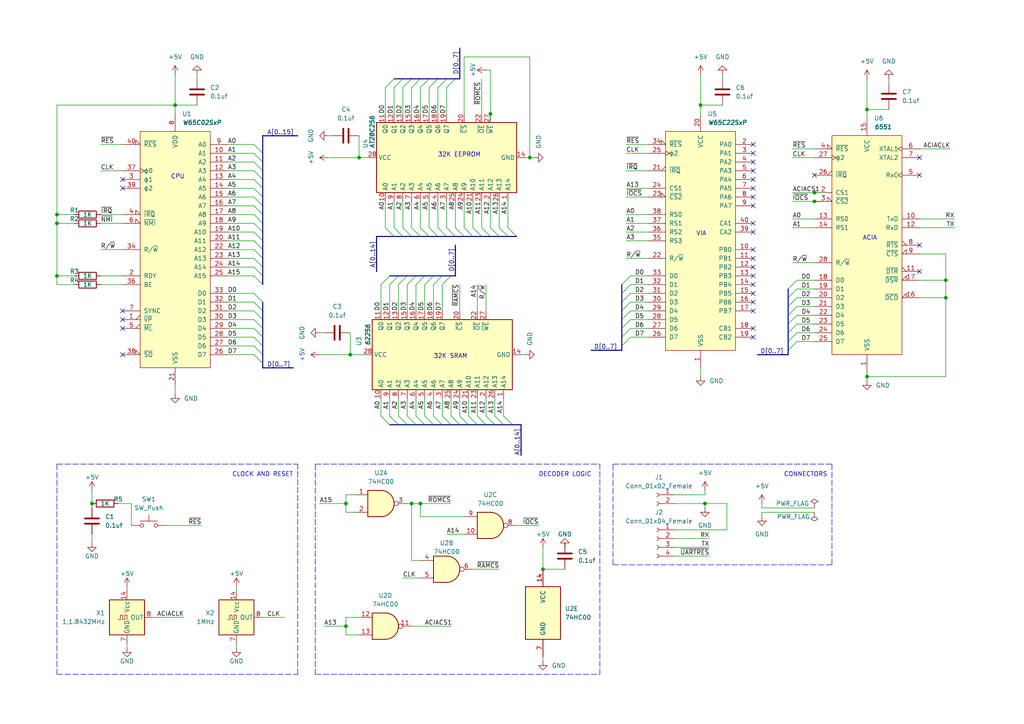
<source format=kicad_sch>
(kicad_sch (version 20211123) (generator eeschema)
  (paper "A4")
  (lib_symbols
    (symbol "65xx:6551" (pin_names (offset 1.016))
      (property "Reference" "U" (at -10.16 33.02 0))
      (property "Value" "6551" (at 0 0 90))
      (symbol "6551_1_1"
        (pin power_in line (at 0 -36.83 90) (length 5.08) (name "VSS") (number "1"))
        (pin output line (at 15.24 7.62 180) (length 5.08) (name "TxD") (number "10"))
        (pin output output_low (at 15.24 -7.62 180) (length 5.08) (name "~{DTR}") (number "11"))
        (pin input line (at 15.24 5.08 180) (length 5.08) (name "RxD") (number "12"))
        (pin input line (at -15.24 7.62 0) (length 5.08) (name "RS0") (number "13"))
        (pin input line (at -15.24 5.08 0) (length 5.08) (name "RS1") (number "14"))
        (pin power_in line (at 0 36.83 270) (length 5.08) (name "VCC") (number "15"))
        (pin input input_low (at 15.24 -15.24 180) (length 5.08) (name "~{DCD}") (number "16"))
        (pin input input_low (at 15.24 -10.16 180) (length 5.08) (name "~{DSR}") (number "17"))
        (pin bidirectional line (at -15.24 -10.16 0) (length 5.08) (name "D0") (number "18"))
        (pin bidirectional line (at -15.24 -12.7 0) (length 5.08) (name "D1") (number "19"))
        (pin input line (at -15.24 15.24 0) (length 5.08) (name "CS1") (number "2"))
        (pin bidirectional line (at -15.24 -15.24 0) (length 5.08) (name "D2") (number "20"))
        (pin bidirectional line (at -15.24 -17.78 0) (length 5.08) (name "D3") (number "21"))
        (pin bidirectional line (at -15.24 -20.32 0) (length 5.08) (name "D4") (number "22"))
        (pin bidirectional line (at -15.24 -22.86 0) (length 5.08) (name "D5") (number "23"))
        (pin bidirectional line (at -15.24 -25.4 0) (length 5.08) (name "D6") (number "24"))
        (pin bidirectional line (at -15.24 -27.94 0) (length 5.08) (name "D7") (number "25"))
        (pin open_collector output_low (at -15.24 20.32 0) (length 5.08) (name "~{IRQ}") (number "26"))
        (pin input clock (at -15.24 25.4 0) (length 5.08) (name "ϕ2") (number "27"))
        (pin input line (at -15.24 -5.08 0) (length 5.08) (name "R/~{W}") (number "28"))
        (pin input input_low (at -15.24 12.7 0) (length 5.08) (name "~{CS2}") (number "3"))
        (pin input input_low (at -15.24 27.94 0) (length 5.08) (name "~{RES}") (number "4"))
        (pin bidirectional clock (at 15.24 20.32 180) (length 5.08) (name "RxC") (number "5"))
        (pin input clock (at 15.24 27.94 180) (length 5.08) (name "XTAL1") (number "6"))
        (pin output line (at 15.24 25.4 180) (length 5.08) (name "XTAL2") (number "7"))
        (pin output output_low (at 15.24 0 180) (length 5.08) (name "~{RTS}") (number "8"))
        (pin input input_low (at 15.24 -2.54 180) (length 5.08) (name "~{CTS}") (number "9"))
      )
    )
    (symbol "65xx:W65C02SxP" (pin_names (offset 1.016))
      (property "Reference" "U" (at -10.16 35.56 0))
      (property "Value" "W65C02SxP" (at 0 0 90))
      (symbol "W65C02SxP_1_1"
        (pin output output_low (at -15.24 -20.32 0) (length 5.08) (name "~{VP}") (number "1"))
        (pin tri_state line (at 15.24 27.94 180) (length 5.08) (name "A1") (number "10"))
        (pin tri_state line (at 15.24 25.4 180) (length 5.08) (name "A2") (number "11"))
        (pin tri_state line (at 15.24 22.86 180) (length 5.08) (name "A3") (number "12"))
        (pin tri_state line (at 15.24 20.32 180) (length 5.08) (name "A4") (number "13"))
        (pin tri_state line (at 15.24 17.78 180) (length 5.08) (name "A5") (number "14"))
        (pin tri_state line (at 15.24 15.24 180) (length 5.08) (name "A6") (number "15"))
        (pin tri_state line (at 15.24 12.7 180) (length 5.08) (name "A7") (number "16"))
        (pin tri_state line (at 15.24 10.16 180) (length 5.08) (name "A8") (number "17"))
        (pin tri_state line (at 15.24 7.62 180) (length 5.08) (name "A9") (number "18"))
        (pin tri_state line (at 15.24 5.08 180) (length 5.08) (name "A10") (number "19"))
        (pin open_collector line (at -15.24 -7.62 0) (length 5.08) (name "RDY") (number "2"))
        (pin tri_state line (at 15.24 2.54 180) (length 5.08) (name "A11") (number "20"))
        (pin power_in line (at 0 -39.37 90) (length 5.08) (name "VSS") (number "21"))
        (pin tri_state line (at 15.24 0 180) (length 5.08) (name "A12") (number "22"))
        (pin tri_state line (at 15.24 -2.54 180) (length 5.08) (name "A13") (number "23"))
        (pin tri_state line (at 15.24 -5.08 180) (length 5.08) (name "A14") (number "24"))
        (pin tri_state line (at 15.24 -7.62 180) (length 5.08) (name "A15") (number "25"))
        (pin bidirectional line (at 15.24 -30.48 180) (length 5.08) (name "D7") (number "26"))
        (pin bidirectional line (at 15.24 -27.94 180) (length 5.08) (name "D6") (number "27"))
        (pin bidirectional line (at 15.24 -25.4 180) (length 5.08) (name "D5") (number "28"))
        (pin bidirectional line (at 15.24 -22.86 180) (length 5.08) (name "D4") (number "29"))
        (pin output line (at -15.24 20.32 0) (length 5.08) (name "ϕ1") (number "3"))
        (pin bidirectional line (at 15.24 -20.32 180) (length 5.08) (name "D3") (number "30"))
        (pin bidirectional line (at 15.24 -17.78 180) (length 5.08) (name "D2") (number "31"))
        (pin bidirectional line (at 15.24 -15.24 180) (length 5.08) (name "D1") (number "32"))
        (pin bidirectional line (at 15.24 -12.7 180) (length 5.08) (name "D0") (number "33"))
        (pin tri_state line (at -15.24 0 0) (length 5.08) (name "R/~{W}") (number "34"))
        (pin no_connect non_logic (at -10.16 -27.94 0) (length 2.54) hide (name "nc") (number "35"))
        (pin input line (at -15.24 -10.16 0) (length 5.08) (name "BE") (number "36"))
        (pin input clock (at -15.24 22.86 0) (length 5.08) (name "ϕ0") (number "37"))
        (pin input input_low (at -15.24 -30.48 0) (length 5.08) (name "~{SO}") (number "38"))
        (pin output line (at -15.24 17.78 0) (length 5.08) (name "ϕ2") (number "39"))
        (pin input input_low (at -15.24 10.16 0) (length 5.08) (name "~{IRQ}") (number "4"))
        (pin input input_low (at -15.24 30.48 0) (length 5.08) (name "~{RES}") (number "40"))
        (pin output output_low (at -15.24 -22.86 0) (length 5.08) (name "~{ML}") (number "5"))
        (pin input input_low (at -15.24 7.62 0) (length 5.08) (name "~{NMI}") (number "6"))
        (pin output line (at -15.24 -17.78 0) (length 5.08) (name "SYNC") (number "7"))
        (pin power_in line (at 0 39.37 270) (length 5.08) (name "VDD") (number "8"))
        (pin tri_state line (at 15.24 30.48 180) (length 5.08) (name "A0") (number "9"))
      )
    )
    (symbol "65xx:W65C22SxP" (pin_names (offset 1.016))
      (property "Reference" "U" (at -10.16 33.02 0))
      (property "Value" "W65C22SxP" (at 0 0 90))
      (symbol "W65C22SxP_1_1"
        (pin power_in line (at 0 -36.83 90) (length 5.08) (name "VSS") (number "1"))
        (pin bidirectional line (at 15.24 -2.54 180) (length 5.08) (name "PB0") (number "10"))
        (pin bidirectional line (at 15.24 -5.08 180) (length 5.08) (name "PB1") (number "11"))
        (pin bidirectional line (at 15.24 -7.62 180) (length 5.08) (name "PB2") (number "12"))
        (pin bidirectional line (at 15.24 -10.16 180) (length 5.08) (name "PB3") (number "13"))
        (pin bidirectional line (at 15.24 -12.7 180) (length 5.08) (name "PB4") (number "14"))
        (pin bidirectional line (at 15.24 -15.24 180) (length 5.08) (name "PB5") (number "15"))
        (pin bidirectional line (at 15.24 -17.78 180) (length 5.08) (name "PB6") (number "16"))
        (pin bidirectional line (at 15.24 -20.32 180) (length 5.08) (name "PB7") (number "17"))
        (pin input line (at 15.24 -25.4 180) (length 5.08) (name "CB1") (number "18"))
        (pin bidirectional line (at 15.24 -27.94 180) (length 5.08) (name "CB2") (number "19"))
        (pin bidirectional line (at 15.24 27.94 180) (length 5.08) (name "PA0") (number "2"))
        (pin power_in line (at 0 36.83 270) (length 5.08) (name "VCC") (number "20"))
        (pin output output_low (at -15.24 20.32 0) (length 5.08) (name "~{IRQ}") (number "21"))
        (pin input line (at -15.24 -5.08 0) (length 5.08) (name "R/~{W}") (number "22"))
        (pin input input_low (at -15.24 12.7 0) (length 5.08) (name "~{CS2}") (number "23"))
        (pin input line (at -15.24 15.24 0) (length 5.08) (name "CS1") (number "24"))
        (pin input clock (at -15.24 25.4 0) (length 5.08) (name "ϕ2") (number "25"))
        (pin bidirectional line (at -15.24 -27.94 0) (length 5.08) (name "D7") (number "26"))
        (pin bidirectional line (at -15.24 -25.4 0) (length 5.08) (name "D6") (number "27"))
        (pin bidirectional line (at -15.24 -22.86 0) (length 5.08) (name "D5") (number "28"))
        (pin bidirectional line (at -15.24 -20.32 0) (length 5.08) (name "D4") (number "29"))
        (pin bidirectional line (at 15.24 25.4 180) (length 5.08) (name "PA1") (number "3"))
        (pin bidirectional line (at -15.24 -17.78 0) (length 5.08) (name "D3") (number "30"))
        (pin bidirectional line (at -15.24 -15.24 0) (length 5.08) (name "D2") (number "31"))
        (pin bidirectional line (at -15.24 -12.7 0) (length 5.08) (name "D1") (number "32"))
        (pin bidirectional line (at -15.24 -10.16 0) (length 5.08) (name "D0") (number "33"))
        (pin input input_low (at -15.24 27.94 0) (length 5.08) (name "~{RES}") (number "34"))
        (pin input line (at -15.24 0 0) (length 5.08) (name "RS3") (number "35"))
        (pin input line (at -15.24 2.54 0) (length 5.08) (name "RS2") (number "36"))
        (pin input line (at -15.24 5.08 0) (length 5.08) (name "RS1") (number "37"))
        (pin input line (at -15.24 7.62 0) (length 5.08) (name "RS0") (number "38"))
        (pin bidirectional line (at 15.24 2.54 180) (length 5.08) (name "CA2") (number "39"))
        (pin bidirectional line (at 15.24 22.86 180) (length 5.08) (name "PA2") (number "4"))
        (pin input line (at 15.24 5.08 180) (length 5.08) (name "CA1") (number "40"))
        (pin bidirectional line (at 15.24 20.32 180) (length 5.08) (name "PA3") (number "5"))
        (pin bidirectional line (at 15.24 17.78 180) (length 5.08) (name "PA4") (number "6"))
        (pin bidirectional line (at 15.24 15.24 180) (length 5.08) (name "PA5") (number "7"))
        (pin bidirectional line (at 15.24 12.7 180) (length 5.08) (name "PA6") (number "8"))
        (pin bidirectional line (at 15.24 10.16 180) (length 5.08) (name "PA7") (number "9"))
      )
    )
    (symbol "74xx:74HC00" (pin_names (offset 1.016))
      (property "Reference" "U" (at 0 1.27 0))
      (property "Value" "74HC00" (at 0 -1.27 0))
      (symbol "74HC00_1_1"
        (pin input line (at -7.62 2.54 0) (length 3.81) (name "~") (number "1"))
        (pin input line (at -7.62 -2.54 0) (length 3.81) (name "~") (number "2"))
        (pin output inverted (at 7.62 0 180) (length 3.81) (name "~") (number "3"))
      )
      (symbol "74HC00_1_2"
        (pin input inverted (at -7.62 2.54 0) (length 4.318) (name "~") (number "1"))
        (pin input inverted (at -7.62 -2.54 0) (length 4.318) (name "~") (number "2"))
        (pin output line (at 7.62 0 180) (length 3.81) (name "~") (number "3"))
      )
      (symbol "74HC00_2_1"
        (pin input line (at -7.62 2.54 0) (length 3.81) (name "~") (number "4"))
        (pin input line (at -7.62 -2.54 0) (length 3.81) (name "~") (number "5"))
        (pin output inverted (at 7.62 0 180) (length 3.81) (name "~") (number "6"))
      )
      (symbol "74HC00_2_2"
        (pin input inverted (at -7.62 2.54 0) (length 4.318) (name "~") (number "4"))
        (pin input inverted (at -7.62 -2.54 0) (length 4.318) (name "~") (number "5"))
        (pin output line (at 7.62 0 180) (length 3.81) (name "~") (number "6"))
      )
      (symbol "74HC00_3_1"
        (pin input line (at -7.62 -2.54 0) (length 3.81) (name "~") (number "10"))
        (pin output inverted (at 7.62 0 180) (length 3.81) (name "~") (number "8"))
        (pin input line (at -7.62 2.54 0) (length 3.81) (name "~") (number "9"))
      )
      (symbol "74HC00_3_2"
        (pin input inverted (at -7.62 -2.54 0) (length 4.318) (name "~") (number "10"))
        (pin output line (at 7.62 0 180) (length 3.81) (name "~") (number "8"))
        (pin input inverted (at -7.62 2.54 0) (length 4.318) (name "~") (number "9"))
      )
      (symbol "74HC00_4_1"
        (pin output inverted (at 7.62 0 180) (length 3.81) (name "~") (number "11"))
        (pin input line (at -7.62 2.54 0) (length 3.81) (name "~") (number "12"))
        (pin input line (at -7.62 -2.54 0) (length 3.81) (name "~") (number "13"))
      )
      (symbol "74HC00_4_2"
        (pin output line (at 7.62 0 180) (length 3.81) (name "~") (number "11"))
        (pin input inverted (at -7.62 2.54 0) (length 4.318) (name "~") (number "12"))
        (pin input inverted (at -7.62 -2.54 0) (length 4.318) (name "~") (number "13"))
      )
      (symbol "74HC00_5_0"
        (pin power_in line (at 0 12.7 270) (length 5.08) (name "VCC") (number "14"))
        (pin power_in line (at 0 -12.7 90) (length 5.08) (name "GND") (number "7"))
      )
    )
    (symbol "Connector:Conn_01x02_Female" (pin_names (offset 1.016) hide)
      (property "Reference" "J" (at 0 2.54 0))
      (property "Value" "Conn_01x02_Female" (at 0 -5.08 0))
      (symbol "Conn_01x02_Female_1_1"
        (pin passive line (at -5.08 0 0) (length 3.81) (name "Pin_1") (number "1"))
        (pin passive line (at -5.08 -2.54 0) (length 3.81) (name "Pin_2") (number "2"))
      )
    )
    (symbol "Connector:Conn_01x04_Female" (pin_names (offset 1.016) hide)
      (property "Reference" "J" (at 0 5.08 0))
      (property "Value" "Conn_01x04_Female" (at 0 -7.62 0))
      (symbol "Conn_01x04_Female_1_1"
        (pin passive line (at -5.08 2.54 0) (length 3.81) (name "Pin_1") (number "1"))
        (pin passive line (at -5.08 0 0) (length 3.81) (name "Pin_2") (number "2"))
        (pin passive line (at -5.08 -2.54 0) (length 3.81) (name "Pin_3") (number "3"))
        (pin passive line (at -5.08 -5.08 0) (length 3.81) (name "Pin_4") (number "4"))
      )
    )
    (symbol "Device:C" (pin_numbers hide) (pin_names (offset 0.254))
      (property "Reference" "C" (at 0.635 2.54 0))
      (property "Value" "C" (at 0.635 -2.54 0))
      (symbol "C_1_1"
        (pin passive line (at 0 3.81 270) (length 2.794) (name "~") (number "1"))
        (pin passive line (at 0 -3.81 90) (length 2.794) (name "~") (number "2"))
      )
    )
    (symbol "Device:R" (pin_numbers hide) (pin_names (offset 0))
      (property "Reference" "R" (at 2.032 0 90))
      (property "Value" "R" (at 0 0 90))
      (symbol "R_1_1"
        (pin passive line (at 0 3.81 270) (length 1.27) (name "~") (number "1"))
        (pin passive line (at 0 -3.81 90) (length 1.27) (name "~") (number "2"))
      )
    )
    (symbol "Memory_RAM:KM62256CLP"
      (property "Reference" "U3" (at -10.16 21.59 0))
      (property "Value" "KM62256CLP" (at 1.27 21.59 0))
      (symbol "KM62256CLP_0_0"
        (pin power_in line (at 0 -22.86 90) (length 2.54) (name "GND") (number "14"))
        (pin power_in line (at 0 22.86 270) (length 2.54) (name "VCC") (number "28"))
      )
      (symbol "KM62256CLP_1_1"
        (pin input line (at -12.7 -17.78 0) (length 2.54) (name "A14") (number "1"))
        (pin input line (at -12.7 17.78 0) (length 2.54) (name "A0") (number "10"))
        (pin tri_state line (at 12.7 17.78 180) (length 2.54) (name "Q0") (number "11"))
        (pin tri_state line (at 12.7 15.24 180) (length 2.54) (name "Q1") (number "12"))
        (pin tri_state line (at 12.7 12.7 180) (length 2.54) (name "Q2") (number "13"))
        (pin tri_state line (at 12.7 10.16 180) (length 2.54) (name "Q3") (number "15"))
        (pin tri_state line (at 12.7 7.62 180) (length 2.54) (name "Q4") (number "16"))
        (pin tri_state line (at 12.7 5.08 180) (length 2.54) (name "Q5") (number "17"))
        (pin tri_state line (at 12.7 2.54 180) (length 2.54) (name "Q6") (number "18"))
        (pin tri_state line (at 12.7 0 180) (length 2.54) (name "Q7") (number "19"))
        (pin input line (at -12.7 -12.7 0) (length 2.54) (name "A12") (number "2"))
        (pin input line (at 12.7 -5.08 180) (length 2.54) (name "~{CS}") (number "20"))
        (pin input line (at -12.7 -7.62 0) (length 2.54) (name "A10") (number "21"))
        (pin input line (at 12.7 -10.16 180) (length 2.54) (name "~{OE}") (number "22"))
        (pin input line (at -12.7 -10.16 0) (length 2.54) (name "A11") (number "23"))
        (pin input line (at -12.7 -5.08 0) (length 2.54) (name "A9") (number "24"))
        (pin input line (at -12.7 -2.54 0) (length 2.54) (name "A8") (number "25"))
        (pin input line (at -12.7 -15.24 0) (length 2.54) (name "A13") (number "26"))
        (pin input line (at 12.7 -12.7 180) (length 2.54) (name "~{WE}") (number "27"))
        (pin input line (at -12.7 0 0) (length 2.54) (name "A7") (number "3"))
        (pin input line (at -12.7 2.54 0) (length 2.54) (name "A6") (number "4"))
        (pin input line (at -12.7 5.08 0) (length 2.54) (name "A5") (number "5"))
        (pin input line (at -12.7 7.62 0) (length 2.54) (name "A4") (number "6"))
        (pin input line (at -12.7 10.16 0) (length 2.54) (name "A3") (number "7"))
        (pin input line (at -12.7 12.7 0) (length 2.54) (name "A2") (number "8"))
        (pin input line (at -12.7 15.24 0) (length 2.54) (name "A1") (number "9"))
      )
    )
    (symbol "Oscillator:ACO-xxxMHz" (pin_names (offset 0.254))
      (property "Reference" "X" (at -5.08 6.35 0))
      (property "Value" "ACO-xxxMHz" (at 1.27 -6.35 0))
      (symbol "ACO-xxxMHz_1_1"
        (pin no_connect line (at -7.62 0 0) (length 2.54) hide (name "NC") (number "1"))
        (pin power_in line (at 0 7.62 270) (length 2.54) (name "Vcc") (number "14"))
        (pin power_in line (at 0 -7.62 90) (length 2.54) (name "GND") (number "7"))
        (pin output line (at 7.62 0 180) (length 2.54) (name "OUT") (number "8"))
      )
    )
    (symbol "Switch:SW_Push" (pin_numbers hide) (pin_names (offset 1.016) hide)
      (property "Reference" "SW" (at 1.27 2.54 0))
      (property "Value" "SW_Push" (at 0 -1.524 0))
      (symbol "SW_Push_0_1"
        (pin passive line (at -5.08 0 0) (length 2.54) (name "1") (number "1"))
        (pin passive line (at 5.08 0 180) (length 2.54) (name "2") (number "2"))
      )
    )
    (symbol "local_lib:AT28C256"
      (property "Reference" "U4" (at -2.0194 -25.4 0))
      (property "Value" "AT28C256" (at 1.27 21.59 0))
      (symbol "AT28C256_0_0"
        (pin power_in line (at 0 -22.86 90) (length 2.54) (name "GND") (number "14"))
        (pin power_in line (at 0 22.86 270) (length 2.54) (name "VCC") (number "28"))
      )
      (symbol "AT28C256_1_1"
        (pin input line (at -12.7 -17.78 0) (length 2.54) (name "A14") (number "1"))
        (pin input line (at -12.7 17.78 0) (length 2.54) (name "A0") (number "10"))
        (pin tri_state line (at 12.7 17.78 180) (length 2.54) (name "Q0") (number "11"))
        (pin tri_state line (at 12.7 15.24 180) (length 2.54) (name "Q1") (number "12"))
        (pin tri_state line (at 12.7 12.7 180) (length 2.54) (name "Q2") (number "13"))
        (pin tri_state line (at 12.7 10.16 180) (length 2.54) (name "Q3") (number "15"))
        (pin tri_state line (at 12.7 7.62 180) (length 2.54) (name "Q4") (number "16"))
        (pin tri_state line (at 12.7 5.08 180) (length 2.54) (name "Q5") (number "17"))
        (pin tri_state line (at 12.7 2.54 180) (length 2.54) (name "Q6") (number "18"))
        (pin tri_state line (at 12.7 0 180) (length 2.54) (name "Q7") (number "19"))
        (pin input line (at -12.7 -12.7 0) (length 2.54) (name "A12") (number "2"))
        (pin input line (at 12.7 -5.08 180) (length 2.54) (name "~{CS}") (number "20"))
        (pin input line (at -12.7 -7.62 0) (length 2.54) (name "A10") (number "21"))
        (pin input line (at 12.7 -10.16 180) (length 2.54) (name "~{OE}") (number "22"))
        (pin input line (at -12.7 -10.16 0) (length 2.54) (name "A11") (number "23"))
        (pin input line (at -12.7 -5.08 0) (length 2.54) (name "A9") (number "24"))
        (pin input line (at -12.7 -2.54 0) (length 2.54) (name "A8") (number "25"))
        (pin input line (at -12.7 -15.24 0) (length 2.54) (name "A13") (number "26"))
        (pin input line (at 12.7 -12.7 180) (length 2.54) (name "~{WE}") (number "27"))
        (pin input line (at -12.7 0 0) (length 2.54) (name "A7") (number "3"))
        (pin input line (at -12.7 2.54 0) (length 2.54) (name "A6") (number "4"))
        (pin input line (at -12.7 5.08 0) (length 2.54) (name "A5") (number "5"))
        (pin input line (at -12.7 7.62 0) (length 2.54) (name "A4") (number "6"))
        (pin input line (at -12.7 10.16 0) (length 2.54) (name "A3") (number "7"))
        (pin input line (at -12.7 12.7 0) (length 2.54) (name "A2") (number "8"))
        (pin input line (at -12.7 15.24 0) (length 2.54) (name "A1") (number "9"))
      )
    )
    (symbol "power:+5V" (power) (pin_names (offset 0))
      (property "Value" "+5V" (at 0 3.556 0))
      (symbol "+5V_1_1"
        (pin power_in line (at 0 0 90) (length 0) hide (name "+5V") (number "1"))
      )
    )
    (symbol "power:GND" (power) (pin_names (offset 0))
      (property "Value" "GND" (at 0 -3.81 0))
      (symbol "GND_1_1"
        (pin power_in line (at 0 0 270) (length 0) hide (name "GND") (number "1"))
      )
    )
    (symbol "power:PWR_FLAG" (power) (pin_numbers hide) (pin_names (offset 0) hide)
      (property "Value" "PWR_FLAG" (at 0 3.81 0))
      (symbol "PWR_FLAG_0_0"
        (pin power_out line (at 0 0 90) (length 0) (name "pwr") (number "1"))
      )
    )
  )
  (junction (at 50.8 30.48))
  (junction (at 104.14 45.72))
  (junction (at 142.24 33.02))
  (junction (at 236.22 55.88))
  (junction (at 153.67 45.72))
  (junction (at 16.51 62.23))
  (junction (at 251.46 31.75))
  (junction (at 100.33 146.05))
  (junction (at 274.32 86.36))
  (junction (at 16.51 80.01))
  (junction (at 203.2 30.48))
  (junction (at 100.33 181.61))
  (junction (at 251.46 109.22))
  (junction (at 101.6 102.87))
  (junction (at 16.51 64.77))
  (junction (at 274.32 81.28))
  (junction (at 204.47 146.05))
  (junction (at 119.38 146.05))
  (junction (at 121.92 146.05))
  (junction (at 26.67 146.05))
  (junction (at 157.48 165.1))
  (junction (at 236.22 58.42))
  (no_connect (at 218.44 57.15))
  (no_connect (at 236.22 50.8))
  (no_connect (at 218.44 80.01))
  (no_connect (at 218.44 64.77))
  (no_connect (at 218.44 67.31))
  (no_connect (at 218.44 97.79))
  (no_connect (at 218.44 95.25))
  (no_connect (at 218.44 87.63))
  (no_connect (at 218.44 59.69))
  (no_connect (at 218.44 72.39))
  (no_connect (at 218.44 41.91))
  (no_connect (at 218.44 85.09))
  (no_connect (at 266.7 45.72))
  (no_connect (at 218.44 52.07))
  (no_connect (at 218.44 90.17))
  (no_connect (at 218.44 82.55))
  (no_connect (at 266.7 50.8))
  (no_connect (at 266.7 71.12))
  (no_connect (at 218.44 54.61))
  (no_connect (at 218.44 49.53))
  (no_connect (at 218.44 46.99))
  (no_connect (at 218.44 74.93))
  (no_connect (at 218.44 44.45))
  (no_connect (at 218.44 77.47))
  (no_connect (at 266.7 78.74))
  (no_connect (at 35.56 54.61))
  (no_connect (at 35.56 92.71))
  (no_connect (at 35.56 90.17))
  (no_connect (at 35.56 95.25))
  (no_connect (at 35.56 102.87))
  (no_connect (at 35.56 52.07))
  (bus_entry (at 138.43 120.65) (size 2.54 2.54))
  (bus_entry (at 73.66 77.47) (size 2.54 2.54))
  (bus_entry (at 73.66 57.15) (size 2.54 2.54))
  (bus_entry (at 114.3 25.4) (size 2.54 -2.54))
  (bus_entry (at 115.57 120.65) (size 2.54 2.54))
  (bus_entry (at 73.66 62.23) (size 2.54 2.54))
  (bus_entry (at 182.88 85.09) (size -2.54 2.54))
  (bus_entry (at 231.14 96.52) (size -2.54 2.54))
  (bus_entry (at 125.73 82.55) (size 2.54 -2.54))
  (bus_entry (at 231.14 93.98) (size -2.54 2.54))
  (bus_entry (at 73.66 69.85) (size 2.54 2.54))
  (bus_entry (at 182.88 97.79) (size -2.54 2.54))
  (bus_entry (at 182.88 90.17) (size -2.54 2.54))
  (bus_entry (at 182.88 80.01) (size -2.54 2.54))
  (bus_entry (at 231.14 88.9) (size -2.54 2.54))
  (bus_entry (at 111.76 25.4) (size 2.54 -2.54))
  (bus_entry (at 110.49 120.65) (size 2.54 2.54))
  (bus_entry (at 231.14 99.06) (size -2.54 2.54))
  (bus_entry (at 116.84 25.4) (size 2.54 -2.54))
  (bus_entry (at 123.19 120.65) (size 2.54 2.54))
  (bus_entry (at 73.66 67.31) (size 2.54 2.54))
  (bus_entry (at 139.7 66.04) (size 2.54 2.54))
  (bus_entry (at 144.78 66.04) (size 2.54 2.54))
  (bus_entry (at 129.54 25.4) (size 2.54 -2.54))
  (bus_entry (at 111.76 66.04) (size 2.54 2.54))
  (bus_entry (at 73.66 85.09) (size 2.54 2.54))
  (bus_entry (at 121.92 66.04) (size 2.54 2.54))
  (bus_entry (at 182.88 95.25) (size -2.54 2.54))
  (bus_entry (at 124.46 25.4) (size 2.54 -2.54))
  (bus_entry (at 123.19 82.55) (size 2.54 -2.54))
  (bus_entry (at 120.65 120.65) (size 2.54 2.54))
  (bus_entry (at 182.88 87.63) (size -2.54 2.54))
  (bus_entry (at 113.03 120.65) (size 2.54 2.54))
  (bus_entry (at 137.16 66.04) (size 2.54 2.54))
  (bus_entry (at 73.66 54.61) (size 2.54 2.54))
  (bus_entry (at 73.66 49.53) (size 2.54 2.54))
  (bus_entry (at 147.32 66.04) (size 2.54 2.54))
  (bus_entry (at 142.24 66.04) (size 2.54 2.54))
  (bus_entry (at 73.66 74.93) (size 2.54 2.54))
  (bus_entry (at 231.14 83.82) (size -2.54 2.54))
  (bus_entry (at 146.05 120.65) (size 2.54 2.54))
  (bus_entry (at 133.35 120.65) (size 2.54 2.54))
  (bus_entry (at 129.54 66.04) (size 2.54 2.54))
  (bus_entry (at 113.03 82.55) (size 2.54 -2.54))
  (bus_entry (at 73.66 64.77) (size 2.54 2.54))
  (bus_entry (at 182.88 92.71) (size -2.54 2.54))
  (bus_entry (at 231.14 81.28) (size -2.54 2.54))
  (bus_entry (at 125.73 120.65) (size 2.54 2.54))
  (bus_entry (at 127 66.04) (size 2.54 2.54))
  (bus_entry (at 115.57 82.55) (size 2.54 -2.54))
  (bus_entry (at 73.66 46.99) (size 2.54 2.54))
  (bus_entry (at 143.51 120.65) (size 2.54 2.54))
  (bus_entry (at 116.84 66.04) (size 2.54 2.54))
  (bus_entry (at 231.14 86.36) (size -2.54 2.54))
  (bus_entry (at 110.49 82.55) (size 2.54 -2.54))
  (bus_entry (at 132.08 66.04) (size 2.54 2.54))
  (bus_entry (at 130.81 120.65) (size 2.54 2.54))
  (bus_entry (at 73.66 80.01) (size 2.54 2.54))
  (bus_entry (at 140.97 120.65) (size 2.54 2.54))
  (bus_entry (at 119.38 25.4) (size 2.54 -2.54))
  (bus_entry (at 73.66 102.87) (size 2.54 2.54))
  (bus_entry (at 73.66 97.79) (size 2.54 2.54))
  (bus_entry (at 73.66 95.25) (size 2.54 2.54))
  (bus_entry (at 73.66 100.33) (size 2.54 2.54))
  (bus_entry (at 73.66 87.63) (size 2.54 2.54))
  (bus_entry (at 73.66 90.17) (size 2.54 2.54))
  (bus_entry (at 73.66 92.71) (size 2.54 2.54))
  (bus_entry (at 120.65 82.55) (size 2.54 -2.54))
  (bus_entry (at 119.38 66.04) (size 2.54 2.54))
  (bus_entry (at 73.66 72.39) (size 2.54 2.54))
  (bus_entry (at 124.46 66.04) (size 2.54 2.54))
  (bus_entry (at 231.14 91.44) (size -2.54 2.54))
  (bus_entry (at 128.27 82.55) (size 2.54 -2.54))
  (bus_entry (at 73.66 41.91) (size 2.54 2.54))
  (bus_entry (at 73.66 44.45) (size 2.54 2.54))
  (bus_entry (at 73.66 52.07) (size 2.54 2.54))
  (bus_entry (at 128.27 120.65) (size 2.54 2.54))
  (bus_entry (at 73.66 59.69) (size 2.54 2.54))
  (bus_entry (at 135.89 120.65) (size 2.54 2.54))
  (bus_entry (at 118.11 82.55) (size 2.54 -2.54))
  (bus_entry (at 118.11 120.65) (size 2.54 2.54))
  (bus_entry (at 182.88 82.55) (size -2.54 2.54))
  (bus_entry (at 121.92 25.4) (size 2.54 -2.54))
  (bus_entry (at 114.3 66.04) (size 2.54 2.54))
  (bus_entry (at 127 25.4) (size 2.54 -2.54))
  (bus_entry (at 134.62 66.04) (size 2.54 2.54))
  (wire (pts (xy 251.46 109.22) (xy 251.46 110.49)))
  (wire (pts (xy 119.38 181.61) (xy 130.81 181.61)))
  (bus (pts (xy 123.19 80.01) (xy 125.73 80.01)))
  (wire (pts (xy 125.73 90.17) (xy 125.73 82.55)))
  (wire (pts (xy 195.58 161.29) (xy 205.74 161.29)))
  (wire (pts (xy 236.22 81.28) (xy 231.14 81.28)))
  (wire (pts (xy 118.11 146.05) (xy 119.38 146.05)))
  (wire (pts (xy 66.04 62.23) (xy 73.66 62.23)))
  (wire (pts (xy 66.04 59.69) (xy 73.66 59.69)))
  (wire (pts (xy 36.83 170.18) (xy 36.83 171.45)))
  (wire (pts (xy 128.27 90.17) (xy 128.27 82.55)))
  (bus (pts (xy 76.2 105.41) (xy 76.2 106.68)))
  (bus (pts (xy 228.6 86.36) (xy 228.6 88.9)))
  (wire (pts (xy 236.22 86.36) (xy 231.14 86.36)))
  (bus (pts (xy 130.81 80.01) (xy 132.08 80.01)))
  (wire (pts (xy 181.61 62.23) (xy 187.96 62.23)))
  (bus (pts (xy 76.2 106.68) (xy 85.09 106.68)))
  (polyline (pts (xy 91.44 134.62) (xy 173.99 134.62)))
  (wire (pts (xy 140.97 82.55) (xy 140.97 90.17)))
  (bus (pts (xy 115.57 123.19) (xy 118.11 123.19)))
  (bus (pts (xy 148.59 123.19) (xy 151.13 123.19)))
  (wire (pts (xy 66.04 44.45) (xy 73.66 44.45)))
  (wire (pts (xy 66.04 92.71) (xy 73.66 92.71)))
  (wire (pts (xy 236.22 55.88) (xy 229.87 55.88)))
  (wire (pts (xy 66.04 67.31) (xy 73.66 67.31)))
  (bus (pts (xy 228.6 93.98) (xy 228.6 96.52)))
  (polyline (pts (xy 16.51 195.58) (xy 86.36 195.58)))
  (wire (pts (xy 229.87 66.04) (xy 236.22 66.04)))
  (wire (pts (xy 142.24 33.02) (xy 142.24 20.32)))
  (wire (pts (xy 104.14 179.07) (xy 100.33 179.07)))
  (wire (pts (xy 220.98 148.59) (xy 236.22 148.59)))
  (wire (pts (xy 138.43 82.55) (xy 138.43 90.17)))
  (wire (pts (xy 238.76 58.42) (xy 236.22 58.42)))
  (wire (pts (xy 50.8 30.48) (xy 50.8 33.02)))
  (wire (pts (xy 229.87 43.18) (xy 236.22 43.18)))
  (wire (pts (xy 121.92 162.56) (xy 119.38 162.56)))
  (wire (pts (xy 236.22 58.42) (xy 229.87 58.42)))
  (wire (pts (xy 142.24 58.42) (xy 142.24 66.04)))
  (bus (pts (xy 109.22 68.58) (xy 114.3 68.58)))
  (wire (pts (xy 38.1 146.05) (xy 34.29 146.05)))
  (bus (pts (xy 125.73 80.01) (xy 128.27 80.01)))
  (bus (pts (xy 76.2 80.01) (xy 76.2 82.55)))
  (wire (pts (xy 120.65 90.17) (xy 120.65 82.55)))
  (wire (pts (xy 66.04 41.91) (xy 73.66 41.91)))
  (wire (pts (xy 129.54 154.94) (xy 134.62 154.94)))
  (bus (pts (xy 132.08 68.58) (xy 134.62 68.58)))
  (wire (pts (xy 66.04 102.87) (xy 73.66 102.87)))
  (wire (pts (xy 210.82 153.67) (xy 210.82 146.05)))
  (bus (pts (xy 76.2 100.33) (xy 76.2 102.87)))
  (wire (pts (xy 48.26 152.4) (xy 58.42 152.4)))
  (wire (pts (xy 251.46 109.22) (xy 274.32 109.22)))
  (bus (pts (xy 151.13 132.08) (xy 151.13 123.19)))
  (wire (pts (xy 119.38 146.05) (xy 119.38 162.56)))
  (wire (pts (xy 16.51 64.77) (xy 16.51 62.23)))
  (wire (pts (xy 187.96 87.63) (xy 182.88 87.63)))
  (wire (pts (xy 100.33 179.07) (xy 100.33 181.61)))
  (polyline (pts (xy 173.99 195.58) (xy 173.99 134.62)))
  (wire (pts (xy 187.96 85.09) (xy 182.88 85.09)))
  (bus (pts (xy 146.05 123.19) (xy 148.59 123.19)))
  (wire (pts (xy 113.03 90.17) (xy 113.03 82.55)))
  (wire (pts (xy 181.61 67.31) (xy 187.96 67.31)))
  (wire (pts (xy 251.46 31.75) (xy 257.81 31.75)))
  (bus (pts (xy 228.6 88.9) (xy 228.6 91.44)))
  (bus (pts (xy 228.6 102.87) (xy 219.71 102.87)))
  (wire (pts (xy 21.59 82.55) (xy 16.51 82.55)))
  (bus (pts (xy 124.46 68.58) (xy 127 68.58)))
  (wire (pts (xy 66.04 85.09) (xy 73.66 85.09)))
  (wire (pts (xy 236.22 99.06) (xy 231.14 99.06)))
  (bus (pts (xy 76.2 59.69) (xy 76.2 62.23)))
  (bus (pts (xy 114.3 68.58) (xy 116.84 68.58)))
  (wire (pts (xy 124.46 33.02) (xy 124.46 25.4)))
  (wire (pts (xy 26.67 146.05) (xy 26.67 147.32)))
  (wire (pts (xy 146.05 115.57) (xy 146.05 120.65)))
  (wire (pts (xy 21.59 64.77) (xy 16.51 64.77)))
  (bus (pts (xy 129.54 68.58) (xy 132.08 68.58)))
  (bus (pts (xy 129.54 22.86) (xy 132.08 22.86)))
  (wire (pts (xy 129.54 58.42) (xy 129.54 66.04)))
  (wire (pts (xy 50.8 30.48) (xy 57.15 30.48)))
  (polyline (pts (xy 16.51 134.62) (xy 16.51 195.58)))
  (wire (pts (xy 229.87 76.2) (xy 236.22 76.2)))
  (wire (pts (xy 181.61 41.91) (xy 187.96 41.91)))
  (bus (pts (xy 138.43 123.19) (xy 140.97 123.19)))
  (wire (pts (xy 111.76 33.02) (xy 111.76 25.4)))
  (bus (pts (xy 76.2 97.79) (xy 76.2 100.33)))
  (wire (pts (xy 66.04 72.39) (xy 73.66 72.39)))
  (wire (pts (xy 139.7 33.02) (xy 139.7 22.86)))
  (bus (pts (xy 133.35 123.19) (xy 135.89 123.19)))
  (wire (pts (xy 251.46 22.86) (xy 251.46 31.75)))
  (bus (pts (xy 76.2 52.07) (xy 76.2 54.61)))
  (wire (pts (xy 204.47 142.24) (xy 204.47 143.51)))
  (wire (pts (xy 157.48 165.1) (xy 163.83 165.1)))
  (wire (pts (xy 266.7 86.36) (xy 274.32 86.36)))
  (wire (pts (xy 125.73 115.57) (xy 125.73 120.65)))
  (bus (pts (xy 76.2 95.25) (xy 76.2 97.79)))
  (bus (pts (xy 76.2 77.47) (xy 76.2 80.01)))
  (wire (pts (xy 133.35 82.55) (xy 133.35 90.17)))
  (wire (pts (xy 121.92 58.42) (xy 121.92 66.04)))
  (wire (pts (xy 210.82 146.05) (xy 204.47 146.05)))
  (wire (pts (xy 137.16 58.42) (xy 137.16 66.04)))
  (wire (pts (xy 236.22 96.52) (xy 231.14 96.52)))
  (wire (pts (xy 127 33.02) (xy 127 25.4)))
  (bus (pts (xy 130.81 123.19) (xy 133.35 123.19)))
  (wire (pts (xy 251.46 31.75) (xy 251.46 34.29)))
  (bus (pts (xy 228.6 99.06) (xy 228.6 101.6)))
  (bus (pts (xy 228.6 91.44) (xy 228.6 93.98)))
  (wire (pts (xy 38.1 146.05) (xy 38.1 152.4)))
  (wire (pts (xy 119.38 58.42) (xy 119.38 66.04)))
  (wire (pts (xy 50.8 111.76) (xy 50.8 114.3)))
  (wire (pts (xy 104.14 45.72) (xy 104.14 39.37)))
  (wire (pts (xy 50.8 21.59) (xy 50.8 30.48)))
  (polyline (pts (xy 91.44 134.62) (xy 91.44 195.58)))
  (wire (pts (xy 209.55 22.86) (xy 209.55 21.59)))
  (wire (pts (xy 274.32 73.66) (xy 274.32 81.28)))
  (wire (pts (xy 121.92 146.05) (xy 121.92 149.86)))
  (wire (pts (xy 181.61 69.85) (xy 187.96 69.85)))
  (bus (pts (xy 76.2 54.61) (xy 76.2 57.15)))
  (bus (pts (xy 116.84 22.86) (xy 119.38 22.86)))
  (wire (pts (xy 181.61 54.61) (xy 187.96 54.61)))
  (wire (pts (xy 92.71 102.87) (xy 101.6 102.87)))
  (wire (pts (xy 127 58.42) (xy 127 66.04)))
  (wire (pts (xy 220.98 146.05) (xy 220.98 147.32)))
  (polyline (pts (xy 177.8 163.83) (xy 177.8 134.62)))
  (wire (pts (xy 66.04 77.47) (xy 73.66 77.47)))
  (bus (pts (xy 147.32 68.58) (xy 149.86 68.58)))
  (wire (pts (xy 120.65 115.57) (xy 120.65 120.65)))
  (bus (pts (xy 118.11 123.19) (xy 120.65 123.19)))
  (wire (pts (xy 116.84 58.42) (xy 116.84 66.04)))
  (wire (pts (xy 66.04 52.07) (xy 73.66 52.07)))
  (bus (pts (xy 146.05 123.19) (xy 143.51 123.19)))
  (wire (pts (xy 181.61 49.53) (xy 187.96 49.53)))
  (bus (pts (xy 76.2 92.71) (xy 76.2 95.25)))
  (bus (pts (xy 116.84 68.58) (xy 119.38 68.58)))
  (bus (pts (xy 76.2 87.63) (xy 76.2 90.17)))
  (wire (pts (xy 163.83 157.48) (xy 163.83 158.75)))
  (wire (pts (xy 274.32 86.36) (xy 274.32 109.22)))
  (wire (pts (xy 147.32 58.42) (xy 147.32 66.04)))
  (wire (pts (xy 29.21 62.23) (xy 35.56 62.23)))
  (wire (pts (xy 266.7 43.18) (xy 275.59 43.18)))
  (bus (pts (xy 76.2 44.45) (xy 76.2 46.99)))
  (wire (pts (xy 236.22 88.9) (xy 231.14 88.9)))
  (wire (pts (xy 111.76 58.42) (xy 111.76 66.04)))
  (wire (pts (xy 195.58 143.51) (xy 204.47 143.51)))
  (wire (pts (xy 187.96 97.79) (xy 182.88 97.79)))
  (bus (pts (xy 125.73 123.19) (xy 128.27 123.19)))
  (wire (pts (xy 116.84 33.02) (xy 116.84 25.4)))
  (wire (pts (xy 123.19 115.57) (xy 123.19 120.65)))
  (wire (pts (xy 257.81 24.13) (xy 257.81 22.86)))
  (wire (pts (xy 29.21 80.01) (xy 35.56 80.01)))
  (bus (pts (xy 228.6 96.52) (xy 228.6 99.06)))
  (bus (pts (xy 76.2 67.31) (xy 76.2 69.85)))
  (wire (pts (xy 115.57 90.17) (xy 115.57 82.55)))
  (wire (pts (xy 16.51 82.55) (xy 16.51 80.01)))
  (wire (pts (xy 123.19 90.17) (xy 123.19 82.55)))
  (wire (pts (xy 66.04 54.61) (xy 73.66 54.61)))
  (wire (pts (xy 137.16 165.1) (xy 144.78 165.1)))
  (wire (pts (xy 157.48 158.75) (xy 157.48 165.1)))
  (polyline (pts (xy 241.3 134.62) (xy 241.3 163.83)))
  (wire (pts (xy 68.58 170.18) (xy 68.58 171.45)))
  (wire (pts (xy 29.21 82.55) (xy 35.56 82.55)))
  (polyline (pts (xy 86.36 195.58) (xy 86.36 134.62)))
  (wire (pts (xy 140.97 20.32) (xy 142.24 20.32)))
  (wire (pts (xy 130.81 115.57) (xy 130.81 120.65)))
  (bus (pts (xy 119.38 22.86) (xy 121.92 22.86)))
  (wire (pts (xy 121.92 146.05) (xy 130.81 146.05)))
  (bus (pts (xy 180.34 85.09) (xy 180.34 87.63)))
  (wire (pts (xy 266.7 73.66) (xy 274.32 73.66)))
  (polyline (pts (xy 91.44 195.58) (xy 173.99 195.58)))
  (wire (pts (xy 66.04 100.33) (xy 73.66 100.33)))
  (wire (pts (xy 29.21 41.91) (xy 35.56 41.91)))
  (polyline (pts (xy 241.3 163.83) (xy 177.8 163.83)))
  (wire (pts (xy 153.67 16.51) (xy 153.67 45.72)))
  (wire (pts (xy 57.15 22.86) (xy 57.15 21.59)))
  (wire (pts (xy 203.2 30.48) (xy 203.2 33.02)))
  (bus (pts (xy 76.2 102.87) (xy 76.2 105.41)))
  (wire (pts (xy 274.32 81.28) (xy 274.32 86.36)))
  (bus (pts (xy 123.19 123.19) (xy 125.73 123.19)))
  (bus (pts (xy 140.97 123.19) (xy 143.51 123.19)))
  (bus (pts (xy 127 22.86) (xy 129.54 22.86)))
  (wire (pts (xy 110.49 115.57) (xy 110.49 120.65)))
  (bus (pts (xy 76.2 39.37) (xy 76.2 44.45)))
  (wire (pts (xy 26.67 142.24) (xy 26.67 146.05)))
  (wire (pts (xy 251.46 107.95) (xy 251.46 109.22)))
  (wire (pts (xy 153.67 45.72) (xy 154.94 45.72)))
  (wire (pts (xy 114.3 58.42) (xy 114.3 66.04)))
  (bus (pts (xy 109.22 68.58) (xy 109.22 78.74)))
  (wire (pts (xy 66.04 97.79) (xy 73.66 97.79)))
  (bus (pts (xy 113.03 80.01) (xy 115.57 80.01)))
  (bus (pts (xy 76.2 49.53) (xy 76.2 52.07)))
  (bus (pts (xy 144.78 68.58) (xy 147.32 68.58)))
  (wire (pts (xy 101.6 102.87) (xy 105.41 102.87)))
  (wire (pts (xy 195.58 158.75) (xy 205.74 158.75)))
  (wire (pts (xy 266.7 63.5) (xy 276.86 63.5)))
  (bus (pts (xy 180.34 95.25) (xy 180.34 97.79)))
  (bus (pts (xy 142.24 68.58) (xy 144.78 68.58)))
  (wire (pts (xy 121.92 149.86) (xy 134.62 149.86)))
  (wire (pts (xy 203.2 106.68) (xy 203.2 109.22)))
  (wire (pts (xy 29.21 64.77) (xy 35.56 64.77)))
  (bus (pts (xy 114.3 22.86) (xy 116.84 22.86)))
  (wire (pts (xy 134.62 16.51) (xy 153.67 16.51)))
  (wire (pts (xy 266.7 81.28) (xy 274.32 81.28)))
  (bus (pts (xy 76.2 62.23) (xy 76.2 64.77)))
  (bus (pts (xy 76.2 64.77) (xy 76.2 67.31)))
  (wire (pts (xy 128.27 115.57) (xy 128.27 120.65)))
  (wire (pts (xy 187.96 92.71) (xy 182.88 92.71)))
  (wire (pts (xy 66.04 46.99) (xy 73.66 46.99)))
  (wire (pts (xy 195.58 146.05) (xy 204.47 146.05)))
  (bus (pts (xy 118.11 80.01) (xy 120.65 80.01)))
  (wire (pts (xy 68.58 187.96) (xy 68.58 186.69)))
  (wire (pts (xy 66.04 49.53) (xy 73.66 49.53)))
  (bus (pts (xy 180.34 90.17) (xy 180.34 92.71)))
  (bus (pts (xy 124.46 22.86) (xy 127 22.86)))
  (bus (pts (xy 228.6 83.82) (xy 228.6 86.36)))
  (wire (pts (xy 119.38 146.05) (xy 121.92 146.05)))
  (wire (pts (xy 187.96 82.55) (xy 182.88 82.55)))
  (wire (pts (xy 100.33 146.05) (xy 100.33 148.59)))
  (wire (pts (xy 134.62 58.42) (xy 134.62 66.04)))
  (wire (pts (xy 220.98 147.32) (xy 236.22 147.32)))
  (bus (pts (xy 128.27 80.01) (xy 130.81 80.01)))
  (wire (pts (xy 113.03 115.57) (xy 113.03 120.65)))
  (wire (pts (xy 100.33 148.59) (xy 102.87 148.59)))
  (bus (pts (xy 76.2 57.15) (xy 76.2 59.69)))
  (wire (pts (xy 66.04 90.17) (xy 73.66 90.17)))
  (bus (pts (xy 228.6 101.6) (xy 228.6 102.87)))
  (wire (pts (xy 181.61 74.93) (xy 187.96 74.93)))
  (bus (pts (xy 119.38 68.58) (xy 121.92 68.58)))
  (bus (pts (xy 128.27 123.19) (xy 130.81 123.19)))
  (wire (pts (xy 187.96 80.01) (xy 182.88 80.01)))
  (bus (pts (xy 180.34 92.71) (xy 180.34 95.25)))
  (wire (pts (xy 157.48 190.5) (xy 157.48 191.77)))
  (wire (pts (xy 266.7 66.04) (xy 276.86 66.04)))
  (wire (pts (xy 44.45 179.07) (xy 53.34 179.07)))
  (wire (pts (xy 21.59 80.01) (xy 16.51 80.01)))
  (bus (pts (xy 121.92 68.58) (xy 124.46 68.58)))
  (wire (pts (xy 138.43 115.57) (xy 138.43 120.65)))
  (bus (pts (xy 180.34 101.6) (xy 171.45 101.6)))
  (wire (pts (xy 132.08 58.42) (xy 132.08 66.04)))
  (wire (pts (xy 187.96 57.15) (xy 181.61 57.15)))
  (wire (pts (xy 21.59 62.23) (xy 16.51 62.23)))
  (wire (pts (xy 66.04 87.63) (xy 73.66 87.63)))
  (bus (pts (xy 180.34 97.79) (xy 180.34 100.33)))
  (wire (pts (xy 29.21 72.39) (xy 35.56 72.39)))
  (wire (pts (xy 95.25 45.72) (xy 104.14 45.72)))
  (wire (pts (xy 92.71 146.05) (xy 100.33 146.05)))
  (wire (pts (xy 133.35 115.57) (xy 133.35 120.65)))
  (wire (pts (xy 66.04 57.15) (xy 73.66 57.15)))
  (wire (pts (xy 119.38 33.02) (xy 119.38 25.4)))
  (wire (pts (xy 101.6 102.87) (xy 101.6 96.52)))
  (wire (pts (xy 236.22 83.82) (xy 231.14 83.82)))
  (wire (pts (xy 66.04 80.01) (xy 73.66 80.01)))
  (bus (pts (xy 137.16 68.58) (xy 139.7 68.58)))
  (wire (pts (xy 129.54 33.02) (xy 129.54 25.4)))
  (bus (pts (xy 76.2 69.85) (xy 76.2 72.39)))
  (wire (pts (xy 100.33 184.15) (xy 100.33 181.61)))
  (bus (pts (xy 135.89 123.19) (xy 138.43 123.19)))
  (bus (pts (xy 133.35 22.86) (xy 133.35 13.97)))
  (wire (pts (xy 100.33 143.51) (xy 102.87 143.51)))
  (wire (pts (xy 104.14 45.72) (xy 106.68 45.72)))
  (wire (pts (xy 236.22 93.98) (xy 231.14 93.98)))
  (wire (pts (xy 93.98 181.61) (xy 100.33 181.61)))
  (bus (pts (xy 120.65 80.01) (xy 123.19 80.01)))
  (wire (pts (xy 203.2 21.59) (xy 203.2 30.48)))
  (wire (pts (xy 66.04 69.85) (xy 73.66 69.85)))
  (wire (pts (xy 100.33 143.51) (xy 100.33 146.05)))
  (bus (pts (xy 134.62 68.58) (xy 137.16 68.58)))
  (wire (pts (xy 76.2 179.07) (xy 82.55 179.07)))
  (wire (pts (xy 118.11 90.17) (xy 118.11 82.55)))
  (wire (pts (xy 29.21 49.53) (xy 35.56 49.53)))
  (wire (pts (xy 238.76 55.88) (xy 236.22 55.88)))
  (bus (pts (xy 180.34 87.63) (xy 180.34 90.17)))
  (wire (pts (xy 110.49 90.17) (xy 110.49 82.55)))
  (wire (pts (xy 135.89 115.57) (xy 135.89 120.65)))
  (wire (pts (xy 187.96 95.25) (xy 182.88 95.25)))
  (wire (pts (xy 203.2 30.48) (xy 209.55 30.48)))
  (bus (pts (xy 180.34 82.55) (xy 180.34 85.09)))
  (wire (pts (xy 144.78 58.42) (xy 144.78 66.04)))
  (bus (pts (xy 132.08 22.86) (xy 133.35 22.86)))
  (wire (pts (xy 142.24 35.56) (xy 142.24 33.02)))
  (bus (pts (xy 115.57 80.01) (xy 118.11 80.01)))
  (bus (pts (xy 76.2 46.99) (xy 76.2 49.53)))
  (polyline (pts (xy 16.51 134.62) (xy 86.36 134.62)))
  (wire (pts (xy 229.87 45.72) (xy 236.22 45.72)))
  (wire (pts (xy 153.67 45.72) (xy 152.4 45.72)))
  (wire (pts (xy 139.7 58.42) (xy 139.7 66.04)))
  (wire (pts (xy 66.04 64.77) (xy 73.66 64.77)))
  (wire (pts (xy 121.92 33.02) (xy 121.92 25.4)))
  (bus (pts (xy 121.92 22.86) (xy 124.46 22.86)))
  (wire (pts (xy 149.86 152.4) (xy 156.21 152.4)))
  (bus (pts (xy 120.65 123.19) (xy 123.19 123.19)))
  (polyline (pts (xy 177.8 134.62) (xy 241.3 134.62)))
  (wire (pts (xy 143.51 115.57) (xy 143.51 120.65)))
  (bus (pts (xy 127 68.58) (xy 129.54 68.58)))
  (wire (pts (xy 124.46 58.42) (xy 124.46 66.04)))
  (wire (pts (xy 220.98 149.86) (xy 220.98 148.59)))
  (bus (pts (xy 76.2 72.39) (xy 76.2 74.93)))
  (wire (pts (xy 36.83 187.96) (xy 36.83 186.69)))
  (wire (pts (xy 181.61 64.77) (xy 187.96 64.77)))
  (wire (pts (xy 195.58 156.21) (xy 205.74 156.21)))
  (bus (pts (xy 132.08 80.01) (xy 132.08 71.12)))
  (wire (pts (xy 229.87 63.5) (xy 236.22 63.5)))
  (wire (pts (xy 195.58 153.67) (xy 210.82 153.67)))
  (wire (pts (xy 236.22 91.44) (xy 231.14 91.44)))
  (wire (pts (xy 187.96 90.17) (xy 182.88 90.17)))
  (wire (pts (xy 16.51 30.48) (xy 50.8 30.48)))
  (wire (pts (xy 204.47 147.32) (xy 204.47 146.05)))
  (bus (pts (xy 76.2 74.93) (xy 76.2 77.47)))
  (wire (pts (xy 93.98 96.52) (xy 92.71 96.52)))
  (wire (pts (xy 181.61 44.45) (xy 187.96 44.45)))
  (wire (pts (xy 140.97 115.57) (xy 140.97 120.65)))
  (wire (pts (xy 134.62 33.02) (xy 134.62 16.51)))
  (wire (pts (xy 104.14 184.15) (xy 100.33 184.15)))
  (bus (pts (xy 139.7 68.58) (xy 142.24 68.58)))
  (wire (pts (xy 114.3 33.02) (xy 114.3 25.4)))
  (bus (pts (xy 76.2 39.37) (xy 86.36 39.37)))
  (wire (pts (xy 116.84 167.64) (xy 121.92 167.64)))
  (wire (pts (xy 16.51 62.23) (xy 16.51 30.48)))
  (wire (pts (xy 118.11 115.57) (xy 118.11 120.65)))
  (wire (pts (xy 66.04 95.25) (xy 73.66 95.25)))
  (wire (pts (xy 26.67 154.94) (xy 26.67 157.48)))
  (wire (pts (xy 151.13 102.87) (xy 152.4 102.87)))
  (bus (pts (xy 113.03 123.19) (xy 115.57 123.19)))
  (bus (pts (xy 76.2 90.17) (xy 76.2 92.71)))
  (wire (pts (xy 96.52 39.37) (xy 95.25 39.37)))
  (bus (pts (xy 180.34 100.33) (xy 180.34 101.6)))
  (wire (pts (xy 66.04 74.93) (xy 73.66 74.93)))
  (wire (pts (xy 16.51 80.01) (xy 16.51 64.77)))
  (wire (pts (xy 115.57 115.57) (xy 115.57 120.65)))
  (text "CONNECTORS" (at 227.33 138.43 0) (effects (font (size 1.27 1.27)) (justify left bottom)))
  (text "DECODER LOGIC" (at 156.21 138.43 0) (effects (font (size 1.27 1.27)) (justify left bottom)))
  (text "ACIA" (at 250.19 69.85 0) (effects (font (size 1.27 1.27)) (justify left bottom)))
  (text "CLOCK AND RESET" (at 67.31 138.43 0) (effects (font (size 1.27 1.27)) (justify left bottom)))
  (text "32K SRAM" (at 125.73 104.14 0) (effects (font (size 1.27 1.27)) (justify left bottom)))
  (text "CPU" (at 49.53 52.07 0) (effects (font (size 1.27 1.27)) (justify left bottom)))
  (text "VIA" (at 201.93 68.58 0) (effects (font (size 1.27 1.27)) (justify left bottom)))
  (text "32K EEPROM" (at 127 45.72 0) (effects (font (size 1.27 1.27)) (justify left bottom)))
  (label "A9" (at 66.04 64.77 0))
  (label "D6" (at 232.41 96.52 0))
  (label "A14" (at 146.05 116.205 270))
  (label "A14" (at 138.43 82.55 270))
  (label "A[0..14]" (at 109.22 69.85 270))
  (label "~{IOCS}" (at 229.87 58.42 0))
  (label "D2" (at 66.04 90.17 0))
  (label "A13" (at 66.04 74.93 0))
  (label "D7" (at 184.15 97.79 0))
  (label "D5" (at 232.41 93.98 0))
  (label "A10" (at 135.89 116.205 270))
  (label "D0" (at 110.49 90.17 90))
  (label "D2" (at 184.15 85.09 0))
  (label "A11" (at 138.43 116.205 270))
  (label "A13" (at 181.61 54.61 0))
  (label "A6" (at 66.04 57.15 0))
  (label "A0" (at 110.49 116.205 270))
  (label "D7" (at 66.04 102.87 0))
  (label "A14" (at 129.54 154.94 0))
  (label "D1" (at 232.41 83.82 0))
  (label "D6" (at 127 33.02 90))
  (label "D5" (at 123.19 90.17 90))
  (label "A0" (at 66.04 41.91 0))
  (label "D5" (at 184.15 92.71 0))
  (label "~{IOCS}" (at 181.61 57.15 0))
  (label "D6" (at 125.73 90.17 90))
  (label "A8" (at 66.04 62.23 0))
  (label "~{IRQ}" (at 29.21 62.23 0))
  (label "A3" (at 119.38 58.42 270))
  (label "D0" (at 184.15 80.01 0))
  (label "R{slash}~{W}" (at 181.61 74.93 0))
  (label "A3" (at 118.11 116.205 270))
  (label "A8" (at 132.08 58.42 270))
  (label "A8" (at 130.81 116.205 270))
  (label "A6" (at 125.73 116.205 270))
  (label "A12" (at 140.97 116.205 270))
  (label "D4" (at 121.92 33.02 90))
  (label "A3" (at 181.61 69.85 0))
  (label "CLK" (at 116.84 167.64 0))
  (label "A5" (at 66.04 54.61 0))
  (label "A12" (at 66.04 72.39 0))
  (label "D0" (at 111.76 33.02 90))
  (label "CLK" (at 29.21 49.53 0))
  (label "A7" (at 129.54 58.42 270))
  (label "A[0..15]" (at 77.47 39.37 0))
  (label "D4" (at 120.65 90.17 90))
  (label "~{RAMCS}" (at 133.35 88.9 90))
  (label "A4" (at 121.92 58.42 270))
  (label "A5" (at 123.19 116.205 270))
  (label "ACIACS1" (at 229.87 55.88 0))
  (label "~{UARTRES}" (at 205.74 161.29 180))
  (label "ACIACLK" (at 275.59 43.18 180))
  (label "A2" (at 115.57 116.205 270))
  (label "D4" (at 66.04 95.25 0))
  (label "A2" (at 66.04 46.99 0))
  (label "D6" (at 66.04 100.33 0))
  (label "~{RES}" (at 29.21 41.91 0))
  (label "D[0..7]" (at 133.35 21.59 90))
  (label "~{ROMCS}" (at 139.7 30.48 90))
  (label "D4" (at 184.15 90.17 0))
  (label "D2" (at 115.57 90.17 90))
  (label "D2" (at 116.84 33.02 90))
  (label "A10" (at 137.16 58.42 270))
  (label "A1" (at 114.3 58.42 270))
  (label "A4" (at 120.65 116.205 270))
  (label "A0" (at 181.61 62.23 0))
  (label "D[0..7]" (at 179.07 101.6 180))
  (label "D[0..7]" (at 77.47 106.68 0))
  (label "A13" (at 144.78 58.42 270))
  (label "A11" (at 66.04 69.85 0))
  (label "A6" (at 127 58.42 270))
  (label "~{IOCS}" (at 156.21 152.4 180))
  (label "A14" (at 66.04 77.47 0))
  (label "~{RES}" (at 54.61 152.4 0))
  (label "A4" (at 66.04 52.07 0))
  (label "D1" (at 66.04 87.63 0))
  (label "~{ROMCS}" (at 130.81 146.05 180))
  (label "A15" (at 66.04 80.01 0))
  (label "A13" (at 143.51 116.205 270))
  (label "RX" (at 276.86 63.5 180))
  (label "A2" (at 116.84 58.42 270))
  (label "A9" (at 133.35 116.205 270))
  (label "D[0..7]" (at 227.33 102.87 180))
  (label "D3" (at 118.11 90.17 90))
  (label "D6" (at 184.15 95.25 0))
  (label "TX" (at 276.86 66.04 180))
  (label "A1" (at 181.61 64.77 0))
  (label "A0" (at 229.87 63.5 0))
  (label "A5" (at 124.46 58.42 270))
  (label "A1" (at 229.87 66.04 0))
  (label "~{RES}" (at 181.61 41.91 0))
  (label "R{slash}~{W}" (at 229.87 76.2 0))
  (label "CLK" (at 77.47 179.07 0))
  (label "RX" (at 205.74 156.21 180))
  (label "D2" (at 232.41 86.36 0))
  (label "D3" (at 119.38 33.02 90))
  (label "D1" (at 184.15 82.55 0))
  (label "ACIACS1" (at 123.19 181.61 0))
  (label "TX" (at 205.74 158.75 180))
  (label "A[0..14]" (at 151.13 132.08 90))
  (label "~{RAMCS}" (at 144.78 165.1 180))
  (label "A14" (at 147.32 58.42 270))
  (label "D0" (at 66.04 85.09 0))
  (label "D7" (at 232.41 99.06 0))
  (label "A0" (at 111.76 58.42 270))
  (label "A10" (at 66.04 67.31 0))
  (label "CLK" (at 181.61 44.45 0))
  (label "ACIACLK" (at 53.34 179.07 180))
  (label "A12" (at 142.24 58.42 270))
  (label "D7" (at 129.54 33.02 90))
  (label "~{IRQ}" (at 181.61 49.53 0))
  (label "D3" (at 184.15 87.63 0))
  (label "A1" (at 113.03 116.205 270))
  (label "A13" (at 93.98 181.61 0))
  (label "D7" (at 128.27 90.17 90))
  (label "D5" (at 66.04 97.79 0))
  (label "D5" (at 124.46 33.02 90))
  (label "D1" (at 113.03 90.17 90))
  (label "~{NMI}" (at 29.21 64.77 0))
  (label "D[0..7]" (at 132.08 78.74 90))
  (label "A3" (at 66.04 49.53 0))
  (label "D3" (at 66.04 92.71 0))
  (label "D1" (at 114.3 33.02 90))
  (label "CLK" (at 229.87 45.72 0))
  (label "A9" (at 134.62 58.42 270))
  (label "A11" (at 139.7 58.42 270))
  (label "A7" (at 128.27 116.205 270))
  (label "R{slash}~{W}" (at 29.21 72.39 0))
  (label "D3" (at 232.41 88.9 0))
  (label "D0" (at 232.41 81.28 0))
  (label "A1" (at 66.04 44.45 0))
  (label "A2" (at 181.61 67.31 0))
  (label "A15" (at 92.71 146.05 0))
  (label "~{RES}" (at 229.87 43.18 0))
  (label "A7" (at 66.04 59.69 0))
  (label "R{slash}~{W}" (at 140.97 82.55 270))
  (label "D4" (at 232.41 91.44 0))
  (symbol (lib_id "74xx:74HC00") (at 157.48 177.8 0) (unit 5)
    (property "Reference" "U2" (at 163.83 176.5299 0) (effects (justify left)))
    (property "Value" "74HC00" (at 163.83 179.0699 0) (effects (justify left)))
    (property "Footprint" "Package_DIP:DIP-14_W7.62mm_LongPads" (effects hide))
    (property "Datasheet" "http://www.ti.com/lit/gpn/sn74hc00" (effects hide))
  )
  (symbol (lib_id "power:GND") (at 92.71 96.52 270) (unit 1)
    (property "Reference" "#PWR0121" (effects hide))
    (property "Value" "GND" (at 87.63 96.52 0))
  )
  (symbol (lib_id "Oscillator:ACO-xxxMHz") (at 36.83 179.07 0) (unit 1)
    (property "Reference" "X1" (at 30.48 177.7999 0) (effects (justify right)))
    (property "Value" "1,1.8432MHz" (at 30.48 180.3399 0) (effects (justify right)))
    (property "Footprint" "Oscillator:Oscillator_DIP-14" (effects hide))
    (property "Datasheet" "http://www.conwin.com/datasheets/cx/cx030.pdf" (effects hide))
  )
  (symbol (lib_id "Switch:SW_Push") (at 43.18 152.4 0) (unit 1)
    (property "Reference" "SW1" (at 43.18 144.78 0))
    (property "Value" "SW_Push" (at 43.18 147.32 0))
    (property "Footprint" "Button_Switch_THT:SW_PUSH_6mm" (effects hide))
  )
  (symbol (lib_id "power:GND") (at 26.67 157.48 0) (mirror y) (unit 1)
    (property "Reference" "#PWR0114" (effects hide))
    (property "Value" "GND" (at 26.67 161.29 0))
  )
  (symbol (lib_id "Connector:Conn_01x04_Female") (at 190.5 156.21 0) (mirror y) (unit 1)
    (property "Reference" "J2" (at 191.135 148.59 0))
    (property "Value" "Conn_01x04_Female" (at 191.135 151.13 0))
    (property "Footprint" "Connector_PinHeader_2.54mm:PinHeader_1x05_P2.54mm_Vertical" (effects hide))
  )
  (symbol (lib_id "Device:C") (at 97.79 96.52 90) (unit 1)
    (property "Reference" "C3" (at 97.79 88.9 90))
    (property "Value" "0.1uf" (at 97.79 91.44 90))
    (property "Footprint" "Capacitor_THT:C_Disc_D3.8mm_W2.6mm_P2.50mm" (effects hide))
  )
  (symbol (lib_id "74xx:74HC00") (at 111.76 181.61 0) (unit 4)
    (property "Reference" "U2" (at 111.76 172.72 0))
    (property "Value" "74HC00" (at 111.76 175.26 0))
    (property "Datasheet" "http://www.ti.com/lit/gpn/sn74hc00" (effects hide))
  )
  (symbol (lib_id "74xx:74HC00") (at 129.54 165.1 0) (unit 2)
    (property "Reference" "U2" (at 129.54 157.48 0))
    (property "Value" "74HC00" (at 129.54 160.02 0))
    (property "Datasheet" "http://www.ti.com/lit/gpn/sn74hc00" (effects hide))
  )
  (symbol (lib_id "power:GND") (at 50.8 114.3 0) (unit 1)
    (property "Reference" "#PWR0127" (effects hide))
    (property "Value" "GND" (at 53.34 115.5699 0) (effects (justify left)))
  )
  (symbol (lib_id "power:GND") (at 152.4 102.87 90) (unit 1)
    (property "Reference" "#PWR0124" (effects hide))
    (property "Value" "GND" (at 153.6699 100.33 0) (effects (justify left)))
  )
  (symbol (lib_id "Device:C") (at 209.55 26.67 0) (unit 1)
    (property "Reference" "C6" (at 213.36 25.3999 0) (effects (justify left)))
    (property "Value" "0.1uf" (at 213.36 27.9399 0) (effects (justify left)))
    (property "Footprint" "Capacitor_THT:C_Disc_D3.8mm_W2.6mm_P2.50mm" (effects hide))
  )
  (symbol (lib_id "power:GND") (at 36.83 187.96 0) (unit 1)
    (property "Reference" "#PWR0118" (effects hide))
    (property "Value" "GND" (at 36.83 191.77 0))
  )
  (symbol (lib_id "power:GND") (at 68.58 187.96 0) (unit 1)
    (property "Reference" "#PWR0117" (effects hide))
    (property "Value" "GND" (at 68.58 191.77 0))
  )
  (symbol (lib_id "Connector:Conn_01x02_Female") (at 190.5 143.51 0) (mirror y) (unit 1)
    (property "Reference" "J1" (at 191.135 138.43 0))
    (property "Value" "Conn_01x02_Female" (at 191.135 140.97 0))
    (property "Footprint" "Connector_PinHeader_2.54mm:PinHeader_1x02_P2.54mm_Horizontal" (effects hide))
  )
  (symbol (lib_id "Device:R") (at 30.48 146.05 270) (mirror x) (unit 1)
    (property "Reference" "R5" (at 34.29 144.78 90))
    (property "Value" "1K" (at 30.48 146.05 90))
    (property "Footprint" "Resistor_THT:R_Axial_DIN0207_L6.3mm_D2.5mm_P7.62mm_Horizontal" (effects hide))
  )
  (symbol (lib_id "power:+5V") (at 36.83 170.18 0) (unit 1)
    (property "Reference" "#PWR0115" (effects hide))
    (property "Value" "+5V" (at 36.83 166.37 0))
  )
  (symbol (lib_id "power:+5V") (at 157.48 158.75 0) (unit 1)
    (property "Reference" "#PWR0110" (effects hide))
    (property "Value" "+5V" (at 157.48 154.94 0))
  )
  (symbol (lib_id "power:PWR_FLAG") (at 236.22 148.59 0) (mirror x) (unit 1)
    (property "Reference" "#FLG0101" (effects hide))
    (property "Value" "PWR_FLAG" (at 234.95 149.86 0) (effects (justify right)))
  )
  (symbol (lib_id "power:+5V") (at 26.67 142.24 0) (mirror y) (unit 1)
    (property "Reference" "#PWR0113" (effects hide))
    (property "Value" "+5V" (at 26.67 138.43 0))
  )
  (symbol (lib_id "Memory_RAM:KM62256CLP") (at 128.27 102.87 90) (unit 1)
    (property "Reference" "U3" (at 104.14 100.33 0) (effects (justify left)))
    (property "Value" "62256" (at 106.68 100.33 0) (effects (font bold italic) (justify left)))
    (property "Footprint" "Package_DIP:DIP-28_W15.24mm" (effects hide))
    (property "Datasheet" "https://www.futurlec.com/Datasheet/Memory/62256.pdf" (effects hide))
  )
  (symbol (lib_id "power:GND") (at 220.98 149.86 0) (unit 1)
    (property "Reference" "#PWR0109" (effects hide))
    (property "Value" "GND" (at 220.98 154.94 0))
  )
  (symbol (lib_id "power:+5V") (at 220.98 146.05 0) (unit 1)
    (property "Reference" "#PWR0108" (effects hide))
    (property "Value" "+5V" (at 220.98 140.97 0))
  )
  (symbol (lib_id "power:+5V") (at 203.2 21.59 0) (unit 1)
    (property "Reference" "#PWR0105" (effects hide))
    (property "Value" "+5V" (at 203.2 16.51 0))
  )
  (symbol (lib_id "65xx:W65C22SxP") (at 203.2 69.85 0) (unit 1)
    (property "Reference" "U5" (at 205.2194 33.02 0) (effects (justify left)))
    (property "Value" "W65C22SxP" (at 205.2194 35.56 0) (effects (font bold italic) (justify left)))
    (property "Footprint" "Package_DIP:DIP-40_W15.24mm" (effects hide))
    (property "Datasheet" "http://www.westerndesigncenter.com/wdc/documentation/w65c22.pdf" (effects hide))
  )
  (symbol (lib_id "Device:R") (at 25.4 80.01 90) (unit 1)
    (property "Reference" "R3" (at 21.59 78.74 90))
    (property "Value" "1K" (at 25.4 80.01 90))
    (property "Footprint" "Resistor_THT:R_Axial_DIN0207_L6.3mm_D2.5mm_P7.62mm_Horizontal" (effects hide))
  )
  (symbol (lib_id "power:+5V") (at 204.47 142.24 0) (unit 1)
    (property "Reference" "#PWR0112" (effects hide))
    (property "Value" "+5V" (at 204.47 137.16 0))
  )
  (symbol (lib_id "power:GND") (at 154.94 45.72 90) (unit 1)
    (property "Reference" "#PWR0122" (effects hide))
    (property "Value" "GND" (at 156.2099 43.18 0) (effects (justify left)))
  )
  (symbol (lib_id "power:GND") (at 95.25 39.37 270) (unit 1)
    (property "Reference" "#PWR0126" (effects hide))
    (property "Value" "GND" (at 90.17 39.37 0))
  )
  (symbol (lib_id "Device:C") (at 257.81 27.94 0) (unit 1)
    (property "Reference" "C7" (at 261.62 26.6699 0) (effects (justify left)))
    (property "Value" "0.1uf" (at 261.62 29.2099 0) (effects (justify left)))
    (property "Footprint" "Capacitor_THT:C_Disc_D3.8mm_W2.6mm_P2.50mm" (effects hide))
  )
  (symbol (lib_id "Device:R") (at 25.4 64.77 90) (unit 1)
    (property "Reference" "R2" (at 21.59 63.5 90))
    (property "Value" "1K" (at 25.4 64.77 90))
    (property "Footprint" "Resistor_THT:R_Axial_DIN0207_L6.3mm_D2.5mm_P7.62mm_Horizontal" (effects hide))
  )
  (symbol (lib_id "65xx:W65C02SxP") (at 50.8 72.39 0) (unit 1)
    (property "Reference" "U1" (at 52.8194 33.02 0) (effects (justify left)))
    (property "Value" "W65C02SxP" (at 52.8194 35.56 0) (effects (font bold italic) (justify left)))
    (property "Footprint" "Package_DIP:DIP-40_W15.24mm" (effects hide))
    (property "Datasheet" "http://www.westerndesigncenter.com/wdc/documentation/w65c02s.pdf" (effects hide))
  )
  (symbol (lib_id "Device:C") (at 26.67 151.13 0) (mirror y) (unit 1)
    (property "Reference" "C1" (at 30.48 149.8599 0) (effects (justify right)))
    (property "Value" "0.1uf" (at 30.48 152.3999 0) (effects (justify right)))
    (property "Footprint" "Capacitor_THT:C_Disc_D3.8mm_W2.6mm_P2.50mm" (effects hide))
  )
  (symbol (lib_id "Device:R") (at 25.4 62.23 90) (unit 1)
    (property "Reference" "R1" (at 21.59 60.96 90))
    (property "Value" "1K" (at 25.4 62.23 90))
    (property "Footprint" "Resistor_THT:R_Axial_DIN0207_L6.3mm_D2.5mm_P7.62mm_Horizontal" (effects hide))
  )
  (symbol (lib_id "power:GND") (at 163.83 158.75 180) (unit 1)
    (property "Reference" "#PWR0111" (effects hide))
    (property "Value" "GND" (at 163.83 154.94 0))
  )
  (symbol (lib_id "power:GND") (at 203.2 109.22 0) (unit 1)
    (property "Reference" "#PWR0106" (effects hide))
    (property "Value" "GND" (at 205.74 110.4899 0) (effects (justify left)))
  )
  (symbol (lib_id "Device:C") (at 163.83 161.29 0) (unit 1)
    (property "Reference" "C5" (at 167.64 160.0199 0) (effects (justify left)))
    (property "Value" "0.1uf" (at 167.64 162.5599 0) (effects (justify left)))
    (property "Footprint" "Capacitor_THT:C_Disc_D3.8mm_W2.6mm_P2.50mm" (effects hide))
  )
  (symbol (lib_id "Oscillator:ACO-xxxMHz") (at 68.58 179.07 0) (unit 1)
    (property "Reference" "X2" (at 62.23 177.7999 0) (effects (justify right)))
    (property "Value" "1MHz" (at 62.23 180.3399 0) (effects (justify right)))
    (property "Footprint" "Oscillator:Oscillator_DIP-14" (effects hide))
    (property "Datasheet" "http://www.conwin.com/datasheets/cx/cx030.pdf" (effects hide))
  )
  (symbol (lib_id "power:GND") (at 204.47 147.32 0) (unit 1)
    (property "Reference" "#PWR0107" (effects hide))
    (property "Value" "GND" (at 204.47 152.4 0))
  )
  (symbol (lib_id "power:PWR_FLAG") (at 236.22 147.32 0) (unit 1)
    (property "Reference" "#FLG0102" (effects hide))
    (property "Value" "PWR_FLAG" (at 229.87 146.05 0))
  )
  (symbol (lib_id "65xx:6551") (at 251.46 71.12 0) (unit 1)
    (property "Reference" "U6" (at 253.4794 34.29 0) (effects (justify left)))
    (property "Value" "6551" (at 253.4794 36.83 0) (effects (font bold italic) (justify left)))
    (property "Footprint" "Package_DIP:DIP-28_W15.24mm" (effects hide))
    (property "Datasheet" "http://www.6502.org/documents/datasheets/mos/mos_6551_acia.pdf" (effects hide))
  )
  (symbol (lib_id "power:GND") (at 257.81 22.86 180) (unit 1)
    (property "Reference" "#PWR0102" (effects hide))
    (property "Value" "GND" (at 257.81 17.78 0))
  )
  (symbol (lib_id "power:GND") (at 209.55 21.59 180) (unit 1)
    (property "Reference" "#PWR0104" (effects hide))
    (property "Value" "GND" (at 209.55 16.51 0))
  )
  (symbol (lib_id "power:+5V") (at 50.8 21.59 0) (unit 1)
    (property "Reference" "#PWR0128" (effects hide))
    (property "Value" "+5V" (at 50.8 16.51 0))
  )
  (symbol (lib_id "74xx:74HC00") (at 110.49 146.05 0) (unit 1)
    (property "Reference" "U2" (at 110.49 137.16 0))
    (property "Value" "74HC00" (at 110.49 139.7 0))
    (property "Datasheet" "http://www.ti.com/lit/gpn/sn74hc00" (effects hide))
  )
  (symbol (lib_id "power:+5V") (at 92.71 102.87 90) (unit 1)
    (property "Reference" "#PWR0120" (effects hide))
    (property "Value" "+5V" (at 87.63 102.87 0))
  )
  (symbol (lib_id "power:+5V") (at 251.46 22.86 0) (unit 1)
    (property "Reference" "#PWR0101" (effects hide))
    (property "Value" "+5V" (at 251.46 17.78 0))
  )
  (symbol (lib_id "power:GND") (at 251.46 110.49 0) (unit 1)
    (property "Reference" "#PWR0103" (effects hide))
    (property "Value" "GND" (at 254 111.7599 0) (effects (justify left)))
  )
  (symbol (lib_id "local_lib:AT28C256") (at 129.54 45.72 90) (unit 1)
    (property "Reference" "U4" (at 105.9935 43.0425 0) (effects (justify left)))
    (property "Value" "AT28C256" (at 107.95 43.18 0) (effects (font bold italic) (justify left)))
    (property "Footprint" "Package_DIP:DIP-28_W15.24mm" (effects hide))
  )
  (symbol (lib_id "power:GND") (at 57.15 21.59 180) (unit 1)
    (property "Reference" "#PWR0129" (effects hide))
    (property "Value" "GND" (at 57.15 16.51 0))
  )
  (symbol (lib_id "power:GND") (at 157.48 191.77 0) (unit 1)
    (property "Reference" "#PWR0119" (effects hide))
    (property "Value" "GND" (at 160.02 193.0399 0) (effects (justify left)))
  )
  (symbol (lib_id "Device:C") (at 100.33 39.37 90) (unit 1)
    (property "Reference" "C4" (at 100.33 31.75 90))
    (property "Value" "0.1uf" (at 100.33 34.29 90))
    (property "Footprint" "Capacitor_THT:C_Disc_D3.8mm_W2.6mm_P2.50mm" (effects hide))
  )
  (symbol (lib_id "Device:R") (at 25.4 82.55 90) (unit 1)
    (property "Reference" "R4" (at 21.59 81.28 90))
    (property "Value" "1K" (at 25.4 82.55 90))
    (property "Footprint" "Resistor_THT:R_Axial_DIN0207_L6.3mm_D2.5mm_P7.62mm_Horizontal" (effects hide))
  )
  (symbol (lib_id "74xx:74HC00") (at 142.24 152.4 0) (unit 3)
    (property "Reference" "U2" (at 142.24 143.51 0))
    (property "Value" "74HC00" (at 142.24 146.05 0))
    (property "Datasheet" "http://www.ti.com/lit/gpn/sn74hc00" (effects hide))
  )
  (symbol (lib_id "power:+5V") (at 68.58 170.18 0) (unit 1)
    (property "Reference" "#PWR0116" (effects hide))
    (property "Value" "+5V" (at 68.58 166.37 0))
  )
  (symbol (lib_id "power:+5V") (at 95.25 45.72 90) (unit 1)
    (property "Reference" "#PWR0125" (effects hide))
    (property "Value" "+5V" (at 90.17 45.72 0))
  )
  (symbol (lib_id "Device:C") (at 57.15 26.67 0) (unit 1)
    (property "Reference" "C2" (at 60.96 25.3999 0) (effects (justify left)))
    (property "Value" "0.1uf" (at 60.96 27.9399 0) (effects (justify left)))
    (property "Footprint" "Capacitor_THT:C_Disc_D3.8mm_W2.6mm_P2.50mm" (effects hide))
  )
  (symbol (lib_id "power:+5V") (at 140.97 20.32 90) (unit 1)
    (property "Reference" "#PWR0123" (effects hide))
    (property "Value" "+5V" (at 137.16 20.32 0))
  )
)
</source>
